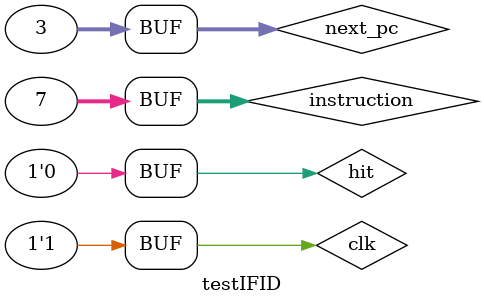
<source format=v>
`timescale 1ns / 1ps


module testIFID;

	// Inputs
	reg clk;
	reg [31:0] next_pc;
	reg [31:0] instruction;
	reg hit;

	// Outputs
	wire [31:0] instruction_out;
	wire [31:0] next_pc_out;
	wire hit_out;

	// Instantiate the Unit Under Test (UUT)
	IfIDReg uut (
		.clk(clk), 
		.next_pc(next_pc), 
		.instruction(instruction), 
		.hit(hit), 
		.instruction_out(instruction_out), 
		.next_pc_out(next_pc_out), 
		.hit_out(hit_out)
	);

	initial begin
		// Initialize Inputs
		clk = 0;
		next_pc = 10;
		instruction = 7;
		hit = 1;
		#20 clk=1;
		#20 clk=0;
		#20 clk=1;
		hit=0;
		next_pc=3;
		#20 clk=0;
		#20 clk=1;
		// Wait 100 ns for global reset to finish
		#100;
        
		// Add stimulus here

	end
      
endmodule


</source>
